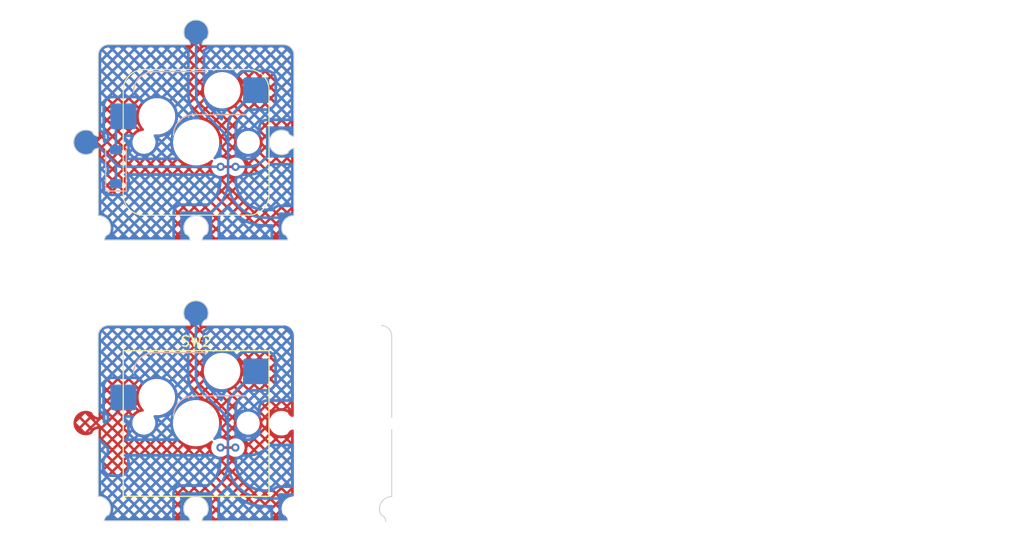
<source format=kicad_pcb>
(kicad_pcb (version 20221018) (generator pcbnew)
  (layers (0 "F.Cu" signal) (31 "B.Cu" signal) (34 "B.Paste" user) (35 "F.Paste" user) (36 "B.SilkS" user "B.Silkscreen") (37 "F.SilkS" user "F.Silkscreen") (38 "B.Mask" user) (39 "F.Mask" user) (44 "Edge.Cuts" user))
  (net 0 "")
  (net 1 "row")
  (net 2 "col")
  (net 3 "Net-(D1-A)")
  (net 4 "Net-(D2-A)")
  (footprint "PCM_Switch_Keyboard_Hotswap_Kailh:SW_Hotswap_Kailh_MX_2.00u" (layer "F.Cu") (at 49.212624 72.648139)
    (fp_text reference "SW2" (at 0 -8) (layer "F.SilkS"))
    (fp_text value "SW_Push")
    (fp_line (start -4.1 -6.9) (end 1 -6.9) (stroke (width 0.12)) (layer "B.SilkS"))
    (fp_line (start -0.2 -2.7) (end 4.9 -2.7) (stroke (width 0.12)) (layer "B.SilkS"))
    (fp_arc (start -6.1 -4.9) (mid -5.514214 -6.314214) (end -4.1 -6.9) (stroke (width 0.12)) (layer "B.SilkS"))
    (fp_arc (start -2.2 -0.7) (mid -1.614214 -2.114214) (end -0.2 -2.7) (stroke (width 0.12)) (layer "B.SilkS"))
    (fp_line (start -7.1 -7.1) (end -7.1 7.1) (stroke (width 0.12)) (layer "F.SilkS"))
    (fp_line (start -7.1 7.1) (end 7.1 7.1) (stroke (width 0.12)) (layer "F.SilkS"))
    (fp_line (start 7.1 -7.1) (end -7.1 -7.1) (stroke (width 0.12)) (layer "F.SilkS"))
    (fp_line (start 7.1 7.1) (end 7.1 -7.1) (stroke (width 0.12)) (layer "F.SilkS"))
    (pad "" np_thru_hole circle (at -5.08 0) (size 1.75 1.75) (drill 1.75) (layers "*.Cu" "*.Mask"))
    (pad "" np_thru_hole circle (at -3.81 -2.54) (size 3.05 3.05) (drill 3.05) (layers "*.Cu" "*.Mask"))
    (pad "" np_thru_hole circle (at 0 0) (size 4 4) (drill 4) (layers "*.Cu" "*.Mask"))
    (pad "" np_thru_hole circle (at 2.54 -5.08) (size 3.05 3.05) (drill 3.05) (layers "*.Cu" "*.Mask"))
    (pad "" np_thru_hole circle (at 5.08 0) (size 1.75 1.75) (drill 1.75) (layers "*.Cu" "*.Mask"))
    (pad "1" smd roundrect (at -7.085 -2.54) (size 2.55 2.5) (layers "B.Cu" "B.Paste" "B.Mask") (roundrect_rratio 0.1) (net 4 "Net-(D2-A)"))
    (pad "2" smd roundrect (at 5.842 -5.08) (size 2.55 2.5) (layers "B.Cu" "B.Paste" "B.Mask") (roundrect_rratio 0.1) (net 2 "col"))
  )
  (footprint "PCM_Switch_Keyboard_Hotswap_Kailh:SW_Hotswap_Kailh_MX_1.00u" (layer "F.Cu") (at 49.212624 45.243864)
    (fp_text reference "SW1" hide)
    (fp_text value "SW_Push")
    (fp_line (start -4.1 -6.9) (end 1 -6.9) (stroke (width 0.12)) (layer "B.SilkS"))
    (fp_line (start -0.2 -2.7) (end 4.9 -2.7) (stroke (width 0.12)) (layer "B.SilkS"))
    (fp_arc (start -6.1 -4.9) (mid -5.514214 -6.314214) (end -4.1 -6.9) (stroke (width 0.12)) (layer "B.SilkS"))
    (fp_arc (start -2.2 -0.7) (mid -1.614214 -2.114214) (end -0.2 -2.7) (stroke (width 0.12)) (layer "B.SilkS"))
    (fp_line (start -7.1 5.1) (end -7.1 -5.1) (stroke (width 0.1)) (layer "F.SilkS"))
    (fp_line (start -5.1 -7.1) (end 5.1 -7.1) (stroke (width 0.1)) (layer "F.SilkS"))
    (fp_line (start 5.1 7.1) (end -5.1 7.1) (stroke (width 0.1)) (layer "F.SilkS"))
    (fp_line (start 7.1 -5.1) (end 7.1 5.1) (stroke (width 0.1)) (layer "F.SilkS"))
    (fp_arc (start -7.1 -5.1) (mid -6.514214 -6.514214) (end -5.1 -7.1) (stroke (width 0.1)) (layer "F.SilkS"))
    (fp_arc (start -5.1 7.1) (mid -6.514214 6.514214) (end -7.1 5.1) (stroke (width 0.1)) (layer "F.SilkS"))
    (fp_arc (start 5.1 -7.1) (mid 6.514214 -6.514214) (end 7.1 -5.1) (stroke (width 0.1)) (layer "F.SilkS"))
    (fp_arc (start 7.1 5.1) (mid 6.514214 6.514214) (end 5.1 7.1) (stroke (width 0.1)) (layer "F.SilkS"))
    (pad "" np_thru_hole circle (at -5.08 0) (size 1.75 1.75) (drill 1.75) (layers "*.Cu" "*.Mask"))
    (pad "" np_thru_hole circle (at -3.81 -2.54) (size 3.05 3.05) (drill 3.05) (layers "*.Cu" "*.Mask"))
    (pad "" np_thru_hole circle (at 0 0) (size 4 4) (drill 4) (layers "*.Cu" "*.Mask"))
    (pad "" np_thru_hole circle (at 2.54 -5.08) (size 3.05 3.05) (drill 3.05) (layers "*.Cu" "*.Mask"))
    (pad "" np_thru_hole circle (at 5.08 0) (size 1.75 1.75) (drill 1.75) (layers "*.Cu" "*.Mask"))
    (pad "1" smd roundrect (at -7.085 -2.54) (size 2.55 2.5) (layers "B.Cu" "B.Paste" "B.Mask") (roundrect_rratio 0.1) (net 3 "Net-(D1-A)"))
    (pad "2" smd roundrect (at 5.842 -5.08) (size 2.55 2.5) (layers "B.Cu" "B.Paste" "B.Mask") (roundrect_rratio 0.1) (net 2 "col"))
  )
  (footprint "Diode_SMD:D_SOD-123" (layer "B.Cu") (at 41.402 47.624 90)
    (fp_text reference "D1" hide)
    (fp_text value "D")
    (fp_line (start -2.36 -1) (end 1.65 -1) (stroke (width 0.12)) (layer "B.SilkS"))
    (fp_line (start -2.36 1) (end -2.36 -1) (stroke (width 0.12)) (layer "B.SilkS"))
    (fp_line (start -2.36 1) (end 1.65 1) (stroke (width 0.12)) (layer "B.SilkS"))
    (pad "1" smd roundrect (at -1.65 0 90) (size 0.9 1.2) (layers "B.Cu" "B.Paste" "B.Mask") (net 1 "row"))
    (pad "2" smd roundrect (at 1.65 0 90) (size 0.9 1.2) (layers "B.Cu" "B.Paste" "B.Mask") (net 3 "Net-(D1-A)"))
  )
  (gr_line (start 58.142334 54.768888) (end 49.80081 54.768888) (stroke (width 0.1)) (layer "Edge.Cuts"))
  (gr_arc (start 39.109545 46.257691) (mid 39.326547 45.945101) (end 39.6876 45.824922) (stroke (width 0.1)) (layer "Edge.Cuts"))
  (gr_arc (start 57.737648 35.71884) (mid 58.44471 36.011753) (end 58.737648 36.71884) (stroke (width 0.1)) (layer "Edge.Cuts"))
  (gr_arc (start 57.716138 54.192722) (mid 58.02605 54.409191) (end 58.142334 54.768888) (stroke (width 0.1)) (layer "Edge.Cuts"))
  (gr_line (start 39.694728 52.387632) (end 39.6876 45.824922) (stroke (width 0.1)) (layer "Edge.Cuts"))
  (gr_arc (start 48.191669 35.140785) (mid 48.170677 33.927023) (end 49.218466 33.314001) (stroke (width 0.1)) (layer "Edge.Cuts"))
  (gr_line (start 39.67894 79.75628) (end 39.671812 73.19357) (stroke (width 0.1)) (layer "Edge.Cuts"))
  (gr_line (start 48.624438 35.71884) (end 40.6876 35.71884) (stroke (width 0.1)) (layer "Edge.Cuts"))
  (gr_arc (start 48.175881 62.509433) (mid 48.488447 62.726451) (end 48.60865 63.087488) (stroke (width 0.1)) (layer "Edge.Cuts"))
  (gr_arc (start 40.267126 82.137536) (mid 40.387306 81.77648) (end 40.699895 81.559481) (stroke (width 0.1)) (layer "Edge.Cuts"))
  (gr_line (start 68.257947 73.228343) (end 68.257947 79.776797) (stroke (width 0.1)) (layer "Edge.Cuts"))
  (gr_line (start 68.257947 64.108005) (end 68.257947 72.051971) (stroke (width 0.1)) (layer "Edge.Cuts"))
  (gr_arc (start 48.191669 54.190833) (mid 48.17654 52.991639) (end 49.212624 52.387632) (stroke (width 0.1)) (layer "Edge.Cuts"))
  (gr_arc (start 39.67894 79.75628) (mid 40.715026 80.360298) (end 40.699895 81.559481) (stroke (width 0.1)) (layer "Edge.Cuts"))
  (gr_line (start 39.671812 72.017198) (end 39.671812 64.087488) (stroke (width 0.1)) (layer "Edge.Cuts"))
  (gr_arc (start 48.191669 35.140785) (mid 48.504259 35.357787) (end 48.624438 35.71884) (stroke (width 0.1)) (layer "Edge.Cuts"))
  (gr_arc (start 39.671812 64.087488) (mid 39.964685 63.380361) (end 40.671812 63.087488) (stroke (width 0.1)) (layer "Edge.Cuts"))
  (gr_arc (start 56.336364 45.250992) (mid 56.948769 44.206185) (end 58.159593 44.230037) (stroke (width 0.1)) (layer "Edge.Cuts"))
  (gr_arc (start 67.257947 63.108005) (mid 67.965015 63.400941) (end 68.257947 64.108005) (stroke (width 0.1)) (layer "Edge.Cuts"))
  (gr_arc (start 58.159593 46.271947) (mid 58.376595 45.959357) (end 58.737648 45.839178) (stroke (width 0.1)) (layer "Edge.Cuts"))
  (gr_arc (start 37.286316 45.236736) (mid 37.898721 44.191929) (end 39.109545 44.215781) (stroke (width 0.1)) (layer "Edge.Cuts"))
  (gr_line (start 58.126546 82.137536) (end 49.785022 82.137536) (stroke (width 0.1)) (layer "Edge.Cuts"))
  (gr_arc (start 49.80081 35.71884) (mid 49.920989 35.357787) (end 50.233579 35.140785) (stroke (width 0.1)) (layer "Edge.Cuts"))
  (gr_arc (start 49.196836 60.686204) (mid 50.241676 61.298624) (end 50.217791 62.509433) (stroke (width 0.1)) (layer "Edge.Cuts"))
  (gr_line (start 39.6876 44.64855) (end 39.6876 36.71884) (stroke (width 0.1)) (layer "Edge.Cuts"))
  (gr_arc (start 39.109545 46.257691) (mid 37.895783 46.278683) (end 37.282761 45.230894) (stroke (width 0.1)) (layer "Edge.Cuts"))
  (gr_line (start 48.60865 63.087488) (end 40.671812 63.087488) (stroke (width 0.1)) (layer "Edge.Cuts"))
  (gr_line (start 58.737648 36.71884) (end 58.737648 44.662806) (stroke (width 0.1)) (layer "Edge.Cuts"))
  (gr_line (start 49.80081 35.71884) (end 57.737648 35.71884) (stroke (width 0.1)) (layer "Edge.Cuts"))
  (gr_arc (start 49.196836 79.75628) (mid 50.232926 80.360297) (end 50.217791 81.559481) (stroke (width 0.1)) (layer "Edge.Cuts"))
  (gr_arc (start 67.236437 81.581887) (mid 67.546306 81.798379) (end 67.662633 82.158053) (stroke (width 0.1)) (layer "Edge.Cuts"))
  (gr_arc (start 49.212624 33.317556) (mid 50.257433 33.92996) (end 50.233579 35.140785) (stroke (width 0.1)) (layer "Edge.Cuts"))
  (gr_arc (start 39.694728 52.387632) (mid 40.730811 52.99164) (end 40.715683 54.190833) (stroke (width 0.1)) (layer "Edge.Cuts"))
  (gr_arc (start 39.6876 44.64855) (mid 39.326545 44.528372) (end 39.109545 44.215781) (stroke (width 0.1)) (layer "Edge.Cuts"))
  (gr_arc (start 48.191669 54.190833) (mid 48.504259 54.407835) (end 48.624438 54.768888) (stroke (width 0.1)) (layer "Edge.Cuts"))
  (gr_arc (start 67.236992 81.579998) (mid 67.221863 80.380804) (end 68.257947 79.776797) (stroke (width 0.1)) (layer "Edge.Cuts"))
  (gr_arc (start 48.175881 81.559481) (mid 48.488477 81.776481) (end 48.60865 82.137536) (stroke (width 0.1)) (layer "Edge.Cuts"))
  (gr_arc (start 48.175881 62.509433) (mid 48.154885 61.295669) (end 49.202678 60.682649) (stroke (width 0.1)) (layer "Edge.Cuts"))
  (gr_arc (start 49.785022 63.087488) (mid 49.905161 62.7264) (end 50.217791 62.509433) (stroke (width 0.1)) (layer "Edge.Cuts"))
  (gr_line (start 48.60865 82.137536) (end 40.267126 82.137536) (stroke (width 0.1)) (layer "Edge.Cuts"))
  (gr_arc (start 49.785022 82.137536) (mid 49.905211 81.7765) (end 50.217791 81.559481) (stroke (width 0.1)) (layer "Edge.Cuts"))
  (gr_line (start 48.624438 54.768888) (end 40.282914 54.768888) (stroke (width 0.1)) (layer "Edge.Cuts"))
  (gr_arc (start 49.212624 52.387632) (mid 50.248707 52.991639) (end 50.233579 54.190833) (stroke (width 0.1)) (layer "Edge.Cuts"))
  (gr_line (start 49.785022 63.087488) (end 57.72186 63.087488) (stroke (width 0.1)) (layer "Edge.Cuts"))
  (gr_arc (start 48.175881 81.559481) (mid 48.160751 80.360288) (end 49.196836 79.75628) (stroke (width 0.1)) (layer "Edge.Cuts"))
  (gr_arc (start 58.737648 44.662806) (mid 58.376596 44.542627) (end 58.159593 44.230037) (stroke (width 0.1)) (layer "Edge.Cuts"))
  (gr_arc (start 58.159593 46.271947) (mid 56.945831 46.292939) (end 56.332809 45.24515) (stroke (width 0.1)) (layer "Edge.Cuts"))
  (gr_arc (start 39.6876 36.71884) (mid 39.980493 36.011733) (end 40.6876 35.71884) (stroke (width 0.1)) (layer "Edge.Cuts"))
  (gr_arc (start 49.80081 54.768888) (mid 49.920989 54.407835) (end 50.233579 54.190833) (stroke (width 0.1)) (layer "Edge.Cuts"))
  (gr_arc (start 40.282914 54.768888) (mid 40.403093 54.407835) (end 40.715683 54.190833) (stroke (width 0.1)) (layer "Edge.Cuts"))
  (gr_line (start 58.737648 45.839178) (end 58.737648 52.387632) (stroke (width 0.1)) (layer "Edge.Cuts"))
  (gr_arc (start 57.716693 54.190833) (mid 57.701565 52.99164) (end 58.737648 52.387632) (stroke (width 0.1)) (layer "Edge.Cuts"))
  (segment (start 53.0485 47.625) (end 52.959 47.625) (width 0.25) (layer "F.Cu") (net 1))
  (segment (start 51.583712 74.993648) (end 53.032712 74.993648) (width 0.25) (layer "F.Cu") (net 1))
  (segment (start 53.032712 74.993648) (end 52.943212 74.993648) (width 0.25) (layer "F.Cu") (net 1))
  (segment (start 51.5995 47.625) (end 53.0485 47.625) (width 0.25) (layer "F.Cu") (net 1))
  (via (at 53.032712 74.993648) (size 0.8) (drill 0.4) (layers "F.Cu" "B.Cu") (net 1))
  (via (at 53.0485 47.625) (size 0.8) (drill 0.4) (layers "F.Cu" "B.Cu") (net 1))
  (via (at 51.5995 47.625) (size 0.8) (drill 0.4) (layers "F.Cu" "B.Cu") (net 1))
  (via (at 51.583712 74.993648) (size 0.8) (drill 0.4) (layers "F.Cu" "B.Cu") (net 1))
  (segment (start 55.753 46.99) (end 56.388 46.355) (width 0.25) (layer "B.Cu") (net 1))
  (segment (start 41.402 47.542439) (end 41.402 49.274) (width 0.25) (layer "B.Cu") (net 1))
  (segment (start 41.532464 47.4884) (end 41.271536 47.227472) (width 0.25) (layer "B.Cu") (net 1))
  (segment (start 51.5995 47.625) (end 51.602568 47.621932) (width 0.25) (layer "B.Cu") (net 1))
  (segment (start 53.0485 47.625) (end 54.219974 47.625) (width 0.25) (layer "B.Cu") (net 1))
  (segment (start 51.609974 47.618864) (end 51.621797 47.618864) (width 0.25) (layer "B.Cu") (net 1))
  (segment (start 39.485189 45.441125) (end 41.271536 47.227472) (width 0.25) (layer "B.Cu") (net 1))
  (segment (start 51.580644 74.99058) (end 51.583712 74.993648) (width 0.25) (layer "B.Cu") (net 1))
  (segment (start 38.932032 45.212) (end 38.608 45.212) (width 0.25) (layer "B.Cu") (net 1))
  (segment (start 41.847431 47.618864) (end 51.589025 47.618864) (width 0.25) (layer "B.Cu") (net 1))
  (segment (start 51.620822 74.993648) (end 51.858212 74.993648) (width 0.25) (layer "B.Cu") (net 1))
  (segment (start 51.594186 74.987512) (end 51.606009 74.987512) (width 0.25) (layer "B.Cu") (net 1))
  (segment (start 51.583712 74.993648) (end 51.58678 74.99058) (width 0.25) (layer "B.Cu") (net 1))
  (segment (start 51.63661 47.625) (end 51.874 47.625) (width 0.25) (layer "B.Cu") (net 1))
  (segment (start 51.596432 47.621932) (end 51.5995 47.625) (width 0.25) (layer "B.Cu") (net 1))
  (arc (start 51.609974 47.618864) (mid 51.605966 47.619661) (end 51.602568 47.621932) (width 0.25) (layer "B.Cu") (net 1))
  (arc (start 51.629204 47.621932) (mid 51.625805 47.619661) (end 51.621797 47.618864) (width 0.25) (layer "B.Cu") (net 1))
  (arc (start 39.485189 45.441125) (mid 39.231398 45.271547) (end 38.932032 45.212) (width 0.25) (layer "B.Cu") (net 1))
  (arc (start 51.620822 74.993648) (mid 51.616814 74.99285) (end 51.613416 74.99058) (width 0.25) (layer "B.Cu") (net 1))
  (arc (start 41.532464 47.4884) (mid 41.449177 47.471833) (end 41.402 47.542439) (width 0.25) (layer "B.Cu") (net 1))
  (arc (start 51.596432 47.621932) (mid 51.593033 47.619661) (end 51.589025 47.618864) (width 0.25) (layer "B.Cu") (net 1))
  (arc (start 51.580644 74.99058) (mid 51.577245 74.988309) (end 51.573237 74.987512) (width 0.25) (layer "B.Cu") (net 1))
  (arc (start 51.63661 47.625) (mid 51.632602 47.624202) (end 51.629204 47.621932) (width 0.25) (layer "B.Cu") (net 1))
  (arc (start 51.613416 74.99058) (mid 51.610017 74.988309) (end 51.606009 74.987512) (width 0.25) (layer "B.Cu") (net 1))
  (arc (start 54.219974 47.625) (mid 55.049641 47.459968) (end 55.753 46.99) (width 0.25) (layer "B.Cu") (net 1))
  (arc (start 41.402 47.542439) (mid 41.368093 47.37198) (end 41.271536 47.227472) (width 0.25) (layer "B.Cu") (net 1))
  (arc (start 51.594186 74.987512) (mid 51.590178 74.988309) (end 51.58678 74.99058) (width 0.25) (layer "B.Cu") (net 1))
  (arc (start 41.847431 47.618864) (mid 41.676972 47.584957) (end 41.532464 47.4884) (width 0.25) (layer "B.Cu") (net 1))
  (segment (start 49.196712 64.377241) (end 49.196712 65.749494) (width 0.25) (layer "B.Cu") (net 2))
  (segment (start 55.925888 79.954718) (end 57.531232 79.954718) (width 0.25) (layer "B.Cu") (net 2))
  (segment (start 52.963759 42.254728) (end 55.054624 40.163864) (width 0.25) (layer "B.Cu") (net 2))
  (segment (start 49.196712 62.988179) (end 49.196712 64.377241) (width 0.25) (layer "B.Cu") (net 2))
  (segment (start 55.941676 52.58607) (end 57.54702 52.58607) (width 0.25) (layer "B.Cu") (net 2))
  (segment (start 50.102777 69.867213) (end 50.390907 70.155343) (width 0.25) (layer "B.Cu") (net 2))
  (segment (start 50.406695 42.786695) (end 50.973435 43.353435) (width 0.25) (layer "B.Cu") (net 2))
  (segment (start 52.308212 72.977404) (end 52.308212 71.167892) (width 0.25) (layer "B.Cu") (net 2))
  (segment (start 50.390907 70.155343) (end 50.957647 70.722083) (width 0.25) (layer "B.Cu") (net 2))
  (segment (start 52.324 45.608756) (end 52.324 43.799244) (width 0.25) (layer "B.Cu") (net 2))
  (segment (start 49.2125 35.619531) (end 49.2125 37.008593) (width 0.25) (layer "B.Cu") (net 2))
  (segment (start 51.68424 44.06424) (end 51.447305 43.827305) (width 0.25) (layer "B.Cu") (net 2))
  (segment (start 49.2125 35.619531) (end 49.2125 34.925) (width 0.25) (layer "B.Cu") (net 2))
  (segment (start 50.102777 69.867213) (end 49.958712 69.723148) (width 0.25) (layer "B.Cu") (net 2))
  (segment (start 52.324 45.608756) (end 52.324 49.038551) (width 0.25) (layer "B.Cu") (net 2))
  (segment (start 49.2125 38.380846) (end 49.2125 39.803528) (width 0.25) (layer "B.Cu") (net 2))
  (segment (start 50.118565 42.498565) (end 50.406695 42.786695) (width 0.25) (layer "B.Cu") (net 2))
  (segment (start 50.973435 43.353435) (end 51.447305 43.827305) (width 0.25) (layer "B.Cu") (net 2))
  (segment (start 50.957647 70.722083) (end 51.431517 71.195953) (width 0.25) (layer "B.Cu") (net 2))
  (segment (start 50.118565 42.498565) (end 49.9745 42.3545) (width 0.25) (layer "B.Cu") (net 2))
  (segment (start 53.367805 78.895125) (end 53.318195 78.845515) (width 0.25) (layer "B.Cu") (net 2))
  (segment (start 51.668452 71.432888) (end 51.431517 71.195953) (width 0.25) (layer "B.Cu") (net 2))
  (segment (start 49.2125 40.514869) (end 49.2125 39.803528) (width 0.25) (layer "B.Cu") (net 2))
  (segment (start 49.196712 62.988179) (end 49.196712 62.293648) (width 0.25) (layer "B.Cu") (net 2))
  (segment (start 52.308212 72.977404) (end 52.308212 76.407199) (width 0.25) (layer "B.Cu") (net 2))
  (segment (start 53.383593 51.526477) (end 53.333983 51.476867) (width 0.25) (layer "B.Cu") (net 2))
  (segment (start 49.2125 37.008593) (end 49.2125 38.380846) (width 0.25) (layer "B.Cu") (net 2))
  (segment (start 51.314016 51.476867) (end 50.304033 52.486851) (width 0.25) (layer "B.Cu") (net 2))
  (segment (start 49.196712 67.883517) (end 49.196712 67.172176) (width 0.25) (layer "B.Cu") (net 2))
  (segment (start 51.298228 78.845515) (end 50.288245 79.855499) (width 0.25) (layer "B.Cu") (net 2))
  (segment (start 49.196712 65.749494) (end 49.196712 67.172176) (width 0.25) (layer "B.Cu") (net 2))
  (segment (start 52.947971 69.623376) (end 55.038836 67.532512) (width 0.25) (layer "B.Cu") (net 2))
  (arc (start 52.324 45.608756) (mid 52.157731 44.77287) (end 51.68424 44.06424) (width 0.25) (layer "B.Cu") (net 2))
  (arc (start 52.308212 71.167892) (mid 52.474479 70.332006) (end 52.947971 69.623376) (width 0.25) (layer "B.Cu") (net 2))
  (arc (start 52.308212 72.977404) (mid 52.141943 72.141518) (end 51.668452 71.432888) (width 0.25) (layer "B.Cu") (net 2))
  (arc (start 52.324 43.799244) (mid 52.490267 42.963358) (end 52.963759 42.254728) (width 0.25) (layer "B.Cu") (net 2))
  (arc (start 51.298228 78.845515) (mid 52.045725 77.726806) (end 52.308212 76.407199) (width 0.25) (layer "B.Cu") (net 2))
  (arc (start 53.383593 51.526477) (mid 54.557251 52.31069) (end 55.941676 52.58607) (width 0.25) (layer "B.Cu") (net 2))
  (arc (start 52.308212 76.407199) (mid 52.570698 77.726806) (end 53.318195 78.845515) (width 0.25) (layer "B.Cu") (net 2))
  (arc (start 53.367805 78.895125) (mid 54.541463 79.679338) (end 55.925888 79.954718) (width 0.25) (layer "B.Cu") (net 2))
  (arc (start 49.196712 67.883517) (mid 49.394749 68.879118) (end 49.958712 69.723148) (width 0.25) (layer "B.Cu") (net 2))
  (arc (start 49.2125 40.514869) (mid 49.410537 41.51047) (end 49.9745 42.3545) (width 0.25) (layer "B.Cu") (net 2))
  (arc (start 51.314016 51.476867) (mid 52.061513 50.358158) (end 52.324 49.038551) (width 0.25) (layer "B.Cu") (net 2))
  (arc (start 52.324 49.038551) (mid 52.586486 50.358158) (end 53.333983 51.476867) (width 0.25) (layer "B.Cu") (net 2))
  (segment (start 41.764812 43.066676) (end 42.127624 42.703864) (width 0.25) (layer "B.Cu") (net 3))
  (segment (start 41.402 43.942581) (end 41.402 45.974) (width 0.25) (layer "B.Cu") (net 3))
  (arc (start 41.402 43.942581) (mid 41.496291 43.468544) (end 41.764812 43.066676) (width 0.25) (layer "B.Cu") (net 3))
  (segment (start 41.749024 70.435324) (end 42.111836 70.072512) (width 0.25) (layer "B.Cu") (net 4))
  (arc (start 41.386212 71.311229) (mid 41.480503 70.837192) (end 41.749024 70.435324) (width 0.25) (layer "B.Cu") (net 4))
  (zone (net 0) (net_name "") (layers "F&B.Cu") (connect_pads (clearance 0.5)) (min_thickness 0.25) (fill yes (mode hatch) (thermal_gap 0.5) (thermal_bridge_width 0.5) (island_removal_mode 1) (island_area_min 10) (hatch_thickness 0.25) (hatch_gap 0.5) (hatch_orientation 45) (hatch_border_algorithm hatch_thickness) (hatch_min_hole_area 0.3))
    (polygon (pts (xy 63.627 31.369) (xy 34.544 31.369) (xy 34.544 57.15) (xy 63.5 57.15)))
  )
  (zone (net 0) (net_name "") (layers "F&B.Cu") (connect_pads (clearance 0.5)) (min_thickness 0.25) (fill yes (mode hatch) (thermal_gap 0.5) (thermal_bridge_width 0.5) (island_removal_mode 1) (island_area_min 10) (hatch_thickness 0.25) (hatch_gap 0.5) (hatch_orientation 45) (hatch_border_algorithm hatch_thickness) (hatch_min_hole_area 0.3))
    (polygon (pts (xy 63.611212 58.737648) (xy 34.528212 58.737648) (xy 34.528212 84.518648) (xy 63.484212 84.518648)))
  )
  (zone (net 1) (net_name "row") (layer "B.Cu") (priority 2) (connect_pads (clearance 0.5)) (min_thickness 0.25) (fill yes (thermal_gap 0.5) (thermal_bridge_width 0.5))
    (polygon (pts (xy 58.801 43.688) (xy 56.007 43.688) (xy 56.007 46.736) (xy 58.801 46.736)))
  )
  (zone (net 2) (net_name "col") (layer "B.Cu") (priority 1) (connect_pads (clearance 0.5)) (min_thickness 0.25) (fill yes (thermal_gap 0.5) (thermal_bridge_width 0.5))
    (polygon (pts (xy 50.768416 79.339429) (xy 50.768416 82.133429) (xy 47.652989 82.133429) (xy 47.652989 79.339429)))
  )
  (zone (net 2) (net_name "col") (layer "B.Cu") (priority 1) (connect_pads (clearance 0.5)) (min_thickness 0.25) (fill yes (thermal_gap 0.5) (thermal_bridge_width 0.5))
    (polygon (pts (xy 50.784204 51.970781) (xy 50.784204 54.764781) (xy 47.668777 54.764781) (xy 47.668777 51.970781)))
  )
  (zone (net 1) (net_name "row") (layer "B.Cu") (priority 2) (connect_pads (clearance 0.5)) (min_thickness 0.25) (fill yes (thermal_gap 0.5) (thermal_bridge_width 0.5))
    (polygon (pts (xy 39.624 43.942) (xy 37.084 43.942) (xy 37.084 46.609) (xy 39.624 46.609)))
  )
  (zone (net 2) (net_name "col") (layer "B.Cu") (priority 1) (connect_pads (clearance 0.5)) (min_thickness 0.25) (fill yes (thermal_gap 0.5) (thermal_bridge_width 0.5))
    (polygon (pts (xy 59.055 52.07) (xy 59.055 54.864) (xy 57.22942 54.864) (xy 57.22942 52.07)))
  )
  (zone (net 2) (net_name "col") (layer "B.Cu") (priority 1) (connect_pads (clearance 0.5)) (min_thickness 0.25) (fill yes (thermal_gap 0.5) (thermal_bridge_width 0.5))
    (polygon (pts (xy 59.039212 79.438648) (xy 59.039212 82.232648) (xy 57.213632 82.232648) (xy 57.213632 79.438648)))
  )
  (zone (net 2) (net_name "col") (layer "B.Cu") (priority 2) (connect_pads (clearance 0.5)) (min_thickness 0.25) (fill yes (thermal_gap 0.5) (thermal_bridge_width 0.5))
    (polygon (pts (xy 50.546 35.687) (xy 50.546 33.147) (xy 47.879 33.147) (xy 47.879 35.687)))
  )
  (zone (net 2) (net_name "col") (layer "B.Cu") (priority 2) (connect_pads (clearance 0.5)) (min_thickness 0.25) (fill yes (thermal_gap 0.5) (thermal_bridge_width 0.5))
    (polygon (pts (xy 50.530212 63.055648) (xy 50.530212 60.515648) (xy 47.863212 60.515648) (xy 47.863212 63.055648)))
  )
)
</source>
